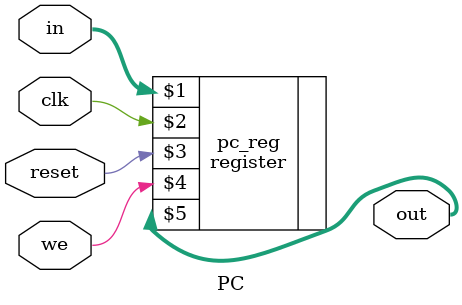
<source format=v>
module PC(input [31:0] in, input clk, reset, we, output[31:0] out);
    register pc_reg(in, clk, reset, we, out);
endmodule
</source>
